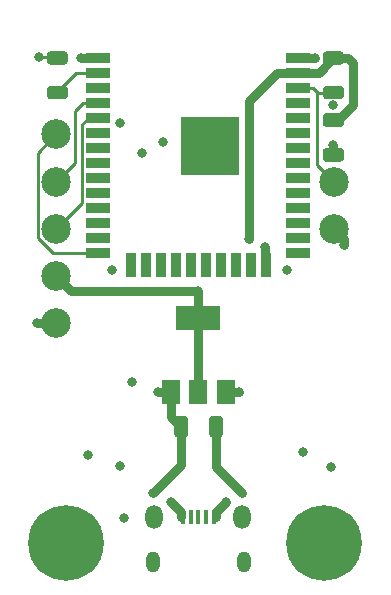
<source format=gbr>
%TF.GenerationSoftware,KiCad,Pcbnew,(5.1.12-1-10_14)*%
%TF.CreationDate,2022-01-26T17:57:44+01:00*%
%TF.ProjectId,tiny-led-esp32,74696e79-2d6c-4656-942d-65737033322e,rev?*%
%TF.SameCoordinates,Original*%
%TF.FileFunction,Copper,L4,Bot*%
%TF.FilePolarity,Positive*%
%FSLAX46Y46*%
G04 Gerber Fmt 4.6, Leading zero omitted, Abs format (unit mm)*
G04 Created by KiCad (PCBNEW (5.1.12-1-10_14)) date 2022-01-26 17:57:44*
%MOMM*%
%LPD*%
G01*
G04 APERTURE LIST*
%TA.AperFunction,SMDPad,CuDef*%
%ADD10R,2.000000X0.900000*%
%TD*%
%TA.AperFunction,SMDPad,CuDef*%
%ADD11R,0.900000X2.000000*%
%TD*%
%TA.AperFunction,SMDPad,CuDef*%
%ADD12R,5.000000X5.000000*%
%TD*%
%TA.AperFunction,SMDPad,CuDef*%
%ADD13C,2.500000*%
%TD*%
%TA.AperFunction,ComponentPad*%
%ADD14C,0.800000*%
%TD*%
%TA.AperFunction,ComponentPad*%
%ADD15C,6.400000*%
%TD*%
%TA.AperFunction,SMDPad,CuDef*%
%ADD16R,1.500000X2.000000*%
%TD*%
%TA.AperFunction,SMDPad,CuDef*%
%ADD17R,3.800000X2.000000*%
%TD*%
%TA.AperFunction,ComponentPad*%
%ADD18O,1.150000X1.800000*%
%TD*%
%TA.AperFunction,ComponentPad*%
%ADD19O,1.450000X2.000000*%
%TD*%
%TA.AperFunction,SMDPad,CuDef*%
%ADD20R,0.450000X1.300000*%
%TD*%
%TA.AperFunction,ViaPad*%
%ADD21C,0.800000*%
%TD*%
%TA.AperFunction,Conductor*%
%ADD22C,0.800000*%
%TD*%
%TA.AperFunction,Conductor*%
%ADD23C,0.250000*%
%TD*%
G04 APERTURE END LIST*
D10*
%TO.P,U2,38*%
%TO.N,GND*%
X144500000Y-84518500D03*
%TO.P,U2,37*%
%TO.N,G23*%
X144500000Y-85788500D03*
%TO.P,U2,36*%
%TO.N,Net-(U2-Pad36)*%
X144500000Y-87058500D03*
%TO.P,U2,35*%
%TO.N,TX*%
X144500000Y-88328500D03*
%TO.P,U2,34*%
%TO.N,RX*%
X144500000Y-89598500D03*
%TO.P,U2,33*%
%TO.N,Net-(U2-Pad33)*%
X144500000Y-90868500D03*
%TO.P,U2,32*%
%TO.N,Net-(U2-Pad32)*%
X144500000Y-92138500D03*
%TO.P,U2,31*%
%TO.N,Net-(U2-Pad31)*%
X144500000Y-93408500D03*
%TO.P,U2,30*%
%TO.N,Net-(U2-Pad30)*%
X144500000Y-94678500D03*
%TO.P,U2,29*%
%TO.N,Net-(U2-Pad29)*%
X144500000Y-95948500D03*
%TO.P,U2,28*%
%TO.N,Net-(U2-Pad28)*%
X144500000Y-97218500D03*
%TO.P,U2,27*%
%TO.N,Net-(U2-Pad27)*%
X144500000Y-98488500D03*
%TO.P,U2,26*%
%TO.N,Net-(U2-Pad26)*%
X144500000Y-99758500D03*
%TO.P,U2,25*%
%TO.N,IO0*%
X144500000Y-101028500D03*
D11*
%TO.P,U2,24*%
%TO.N,Net-(U2-Pad24)*%
X147285000Y-102028500D03*
%TO.P,U2,23*%
%TO.N,Net-(U2-Pad23)*%
X148555000Y-102028500D03*
%TO.P,U2,22*%
%TO.N,Net-(U2-Pad22)*%
X149825000Y-102028500D03*
%TO.P,U2,21*%
%TO.N,Net-(U2-Pad21)*%
X151095000Y-102028500D03*
%TO.P,U2,20*%
%TO.N,Net-(U2-Pad20)*%
X152365000Y-102028500D03*
%TO.P,U2,19*%
%TO.N,Net-(U2-Pad19)*%
X153635000Y-102028500D03*
%TO.P,U2,18*%
%TO.N,Net-(U2-Pad18)*%
X154905000Y-102028500D03*
%TO.P,U2,17*%
%TO.N,Net-(U2-Pad17)*%
X156175000Y-102028500D03*
%TO.P,U2,16*%
%TO.N,Net-(U2-Pad16)*%
X157445000Y-102028500D03*
%TO.P,U2,15*%
%TO.N,GND*%
X158715000Y-102028500D03*
D10*
%TO.P,U2,14*%
%TO.N,Net-(U2-Pad14)*%
X161500000Y-101028500D03*
%TO.P,U2,13*%
%TO.N,Net-(U2-Pad13)*%
X161500000Y-99758500D03*
%TO.P,U2,12*%
%TO.N,Net-(U2-Pad12)*%
X161500000Y-98488500D03*
%TO.P,U2,11*%
%TO.N,Net-(U2-Pad11)*%
X161500000Y-97218500D03*
%TO.P,U2,10*%
%TO.N,Net-(U2-Pad10)*%
X161500000Y-95948500D03*
%TO.P,U2,9*%
%TO.N,Net-(U2-Pad9)*%
X161500000Y-94678500D03*
%TO.P,U2,8*%
%TO.N,Net-(U2-Pad8)*%
X161500000Y-93408500D03*
%TO.P,U2,7*%
%TO.N,Net-(U2-Pad7)*%
X161500000Y-92138500D03*
%TO.P,U2,6*%
%TO.N,Net-(U2-Pad6)*%
X161500000Y-90868500D03*
%TO.P,U2,5*%
%TO.N,Net-(U2-Pad5)*%
X161500000Y-89598500D03*
%TO.P,U2,4*%
%TO.N,Net-(U2-Pad4)*%
X161500000Y-88328500D03*
%TO.P,U2,3*%
%TO.N,EN*%
X161500000Y-87058500D03*
%TO.P,U2,2*%
%TO.N,+3V3*%
X161500000Y-85788500D03*
%TO.P,U2,1*%
%TO.N,GND*%
X161500000Y-84518500D03*
D12*
%TO.P,U2,39*%
X154000000Y-92018500D03*
%TD*%
D13*
%TO.P,TP7,1*%
%TO.N,IO0*%
X141000000Y-91000000D03*
%TD*%
%TO.P,TP2,1*%
%TO.N,GND*%
X164500000Y-99000000D03*
%TD*%
%TO.P,TP1,1*%
%TO.N,EN*%
X164500000Y-95000000D03*
%TD*%
%TO.P,TP4,1*%
%TO.N,TX*%
X141000000Y-95000000D03*
%TD*%
%TO.P,TP3,1*%
%TO.N,RX*%
X141000000Y-99000000D03*
%TD*%
%TO.P,TP5,1*%
%TO.N,+3V3*%
X141000000Y-103000000D03*
%TD*%
%TO.P,TP6,1*%
%TO.N,GND*%
X141000000Y-107000000D03*
%TD*%
D14*
%TO.P,H2,1*%
%TO.N,+5V*%
X165400056Y-123905944D03*
X163703000Y-123203000D03*
X162005944Y-123905944D03*
X161303000Y-125603000D03*
X162005944Y-127300056D03*
X163703000Y-128003000D03*
X165400056Y-127300056D03*
X166103000Y-125603000D03*
D15*
X163703000Y-125603000D03*
%TD*%
D14*
%TO.P,H1,1*%
%TO.N,GND*%
X143505256Y-123905944D03*
X141808200Y-123203000D03*
X140111144Y-123905944D03*
X139408200Y-125603000D03*
X140111144Y-127300056D03*
X141808200Y-128003000D03*
X143505256Y-127300056D03*
X144208200Y-125603000D03*
D15*
X141808200Y-125603000D03*
%TD*%
%TO.P,R3,2*%
%TO.N,+3V3*%
%TA.AperFunction,SMDPad,CuDef*%
G36*
G01*
X165090001Y-85100000D02*
X163839999Y-85100000D01*
G75*
G02*
X163590000Y-84850001I0J249999D01*
G01*
X163590000Y-84224999D01*
G75*
G02*
X163839999Y-83975000I249999J0D01*
G01*
X165090001Y-83975000D01*
G75*
G02*
X165340000Y-84224999I0J-249999D01*
G01*
X165340000Y-84850001D01*
G75*
G02*
X165090001Y-85100000I-249999J0D01*
G01*
G37*
%TD.AperFunction*%
%TO.P,R3,1*%
%TO.N,EN*%
%TA.AperFunction,SMDPad,CuDef*%
G36*
G01*
X165090001Y-88025000D02*
X163839999Y-88025000D01*
G75*
G02*
X163590000Y-87775001I0J249999D01*
G01*
X163590000Y-87149999D01*
G75*
G02*
X163839999Y-86900000I249999J0D01*
G01*
X165090001Y-86900000D01*
G75*
G02*
X165340000Y-87149999I0J-249999D01*
G01*
X165340000Y-87775001D01*
G75*
G02*
X165090001Y-88025000I-249999J0D01*
G01*
G37*
%TD.AperFunction*%
%TD*%
%TO.P,R2,2*%
%TO.N,G23*%
%TA.AperFunction,SMDPad,CuDef*%
G36*
G01*
X140471999Y-86900000D02*
X141722001Y-86900000D01*
G75*
G02*
X141972000Y-87149999I0J-249999D01*
G01*
X141972000Y-87775001D01*
G75*
G02*
X141722001Y-88025000I-249999J0D01*
G01*
X140471999Y-88025000D01*
G75*
G02*
X140222000Y-87775001I0J249999D01*
G01*
X140222000Y-87149999D01*
G75*
G02*
X140471999Y-86900000I249999J0D01*
G01*
G37*
%TD.AperFunction*%
%TO.P,R2,1*%
%TO.N,Net-(D1-Pad4)*%
%TA.AperFunction,SMDPad,CuDef*%
G36*
G01*
X140471999Y-83975000D02*
X141722001Y-83975000D01*
G75*
G02*
X141972000Y-84224999I0J-249999D01*
G01*
X141972000Y-84850001D01*
G75*
G02*
X141722001Y-85100000I-249999J0D01*
G01*
X140471999Y-85100000D01*
G75*
G02*
X140222000Y-84850001I0J249999D01*
G01*
X140222000Y-84224999D01*
G75*
G02*
X140471999Y-83975000I249999J0D01*
G01*
G37*
%TD.AperFunction*%
%TD*%
%TO.P,C14,2*%
%TO.N,GND*%
%TA.AperFunction,SMDPad,CuDef*%
G36*
G01*
X153949500Y-116410501D02*
X153949500Y-115110499D01*
G75*
G02*
X154199499Y-114860500I249999J0D01*
G01*
X154849501Y-114860500D01*
G75*
G02*
X155099500Y-115110499I0J-249999D01*
G01*
X155099500Y-116410501D01*
G75*
G02*
X154849501Y-116660500I-249999J0D01*
G01*
X154199499Y-116660500D01*
G75*
G02*
X153949500Y-116410501I0J249999D01*
G01*
G37*
%TD.AperFunction*%
%TO.P,C14,1*%
%TO.N,+5V*%
%TA.AperFunction,SMDPad,CuDef*%
G36*
G01*
X150999500Y-116410501D02*
X150999500Y-115110499D01*
G75*
G02*
X151249499Y-114860500I249999J0D01*
G01*
X151899501Y-114860500D01*
G75*
G02*
X152149500Y-115110499I0J-249999D01*
G01*
X152149500Y-116410501D01*
G75*
G02*
X151899501Y-116660500I-249999J0D01*
G01*
X151249499Y-116660500D01*
G75*
G02*
X150999500Y-116410501I0J249999D01*
G01*
G37*
%TD.AperFunction*%
%TD*%
%TO.P,C1,2*%
%TO.N,GND*%
%TA.AperFunction,SMDPad,CuDef*%
G36*
G01*
X163814999Y-92164000D02*
X165115001Y-92164000D01*
G75*
G02*
X165365000Y-92413999I0J-249999D01*
G01*
X165365000Y-93064001D01*
G75*
G02*
X165115001Y-93314000I-249999J0D01*
G01*
X163814999Y-93314000D01*
G75*
G02*
X163565000Y-93064001I0J249999D01*
G01*
X163565000Y-92413999D01*
G75*
G02*
X163814999Y-92164000I249999J0D01*
G01*
G37*
%TD.AperFunction*%
%TO.P,C1,1*%
%TO.N,+3V3*%
%TA.AperFunction,SMDPad,CuDef*%
G36*
G01*
X163814999Y-89214000D02*
X165115001Y-89214000D01*
G75*
G02*
X165365000Y-89463999I0J-249999D01*
G01*
X165365000Y-90114001D01*
G75*
G02*
X165115001Y-90364000I-249999J0D01*
G01*
X163814999Y-90364000D01*
G75*
G02*
X163565000Y-90114001I0J249999D01*
G01*
X163565000Y-89463999D01*
G75*
G02*
X163814999Y-89214000I249999J0D01*
G01*
G37*
%TD.AperFunction*%
%TD*%
D16*
%TO.P,U1,1*%
%TO.N,GND*%
X155335000Y-112853000D03*
%TO.P,U1,3*%
%TO.N,+5V*%
X150735000Y-112853000D03*
%TO.P,U1,2*%
%TO.N,+3V3*%
X153035000Y-112853000D03*
D17*
X153035000Y-106553000D03*
%TD*%
D18*
%TO.P,J1,6*%
%TO.N,Net-(J1-Pad6)*%
X149160000Y-127235500D03*
X156910000Y-127235500D03*
D19*
X149310000Y-123435500D03*
X156760000Y-123435500D03*
D20*
%TO.P,J1,5*%
%TO.N,GND*%
X151735000Y-123385500D03*
%TO.P,J1,4*%
%TO.N,Net-(J1-Pad4)*%
X152385000Y-123385500D03*
%TO.P,J1,3*%
%TO.N,Net-(J1-Pad3)*%
X153035000Y-123385500D03*
%TO.P,J1,2*%
%TO.N,Net-(J1-Pad2)*%
X153685000Y-123385500D03*
%TO.P,J1,1*%
%TO.N,+5V*%
X154335000Y-123385500D03*
%TD*%
D21*
%TO.N,+5V*%
X160528000Y-102489000D03*
X149606000Y-112776000D03*
X150050500Y-91630500D03*
X155384500Y-122110500D03*
X149225000Y-121348500D03*
X145732500Y-102489000D03*
X146390000Y-119085000D03*
X164280000Y-119195000D03*
%TO.N,Net-(D1-Pad4)*%
X139509500Y-84455000D03*
%TO.N,GND*%
X156464000Y-112776000D03*
X146748500Y-123444000D03*
X148272500Y-92583000D03*
X146367500Y-90043000D03*
X155384500Y-90043000D03*
X139382500Y-106997500D03*
X150685500Y-122110500D03*
X156718000Y-121348500D03*
X143700500Y-118173500D03*
X161925000Y-117919500D03*
X158686500Y-100520500D03*
X143129000Y-84518500D03*
X162877500Y-84518500D03*
X164465000Y-88519000D03*
X164465000Y-91884500D03*
X165354000Y-100393500D03*
X147450999Y-111975999D03*
%TO.N,+3V3*%
X153035000Y-104267000D03*
X157289500Y-99822000D03*
%TD*%
D22*
%TO.N,+5V*%
X150735000Y-114921000D02*
X151574500Y-115760500D01*
X150735000Y-112853000D02*
X150735000Y-114921000D01*
X151574500Y-118999000D02*
X149225000Y-121348500D01*
X151574500Y-115760500D02*
X151574500Y-118999000D01*
X154510001Y-122984999D02*
X154510001Y-123385500D01*
X155384500Y-122110500D02*
X154510001Y-122984999D01*
X150658000Y-112776000D02*
X150735000Y-112853000D01*
X149606000Y-112776000D02*
X150658000Y-112776000D01*
D23*
%TO.N,Net-(D1-Pad4)*%
X141095000Y-84455000D02*
X141097000Y-84453000D01*
X139509500Y-84455000D02*
X141095000Y-84455000D01*
D22*
%TO.N,GND*%
X154524500Y-115760500D02*
X154524500Y-119155000D01*
X154524500Y-119155000D02*
X156718000Y-121348500D01*
X151559999Y-122984999D02*
X151559999Y-123385500D01*
X150685500Y-122110500D02*
X151559999Y-122984999D01*
X155412000Y-112776000D02*
X155335000Y-112853000D01*
X156464000Y-112776000D02*
X155412000Y-112776000D01*
X158686500Y-102000000D02*
X158715000Y-102028500D01*
X158686500Y-100520500D02*
X158686500Y-102000000D01*
X143129000Y-84518500D02*
X144500000Y-84518500D01*
X162877500Y-84518500D02*
X161500000Y-84518500D01*
X140997500Y-106997500D02*
X141000000Y-107000000D01*
X139382500Y-106997500D02*
X140997500Y-106997500D01*
X164465000Y-91884500D02*
X164465000Y-92739000D01*
X165354000Y-99854000D02*
X164500000Y-99000000D01*
X165354000Y-100393500D02*
X165354000Y-99854000D01*
%TO.N,+3V3*%
X161534500Y-85823000D02*
X161500000Y-85788500D01*
X157289500Y-88199000D02*
X157289500Y-99822000D01*
X159700000Y-85788500D02*
X157289500Y-88199000D01*
X161500000Y-85788500D02*
X159700000Y-85788500D01*
X153035000Y-104267000D02*
X153035000Y-106553000D01*
X153035000Y-106553000D02*
X153035000Y-112853000D01*
X163214000Y-85788500D02*
X161500000Y-85788500D01*
X164465000Y-84537500D02*
X163214000Y-85788500D01*
X164465000Y-84537500D02*
X165690500Y-84537500D01*
X165690500Y-84537500D02*
X166116000Y-84963000D01*
X142267000Y-104267000D02*
X141000000Y-103000000D01*
X153035000Y-104267000D02*
X142267000Y-104267000D01*
X164465000Y-89789000D02*
X164846000Y-89789000D01*
X164846000Y-89789000D02*
X166116000Y-88519000D01*
X166116000Y-84963000D02*
X166116000Y-88519000D01*
D23*
%TO.N,G23*%
X142686500Y-85788500D02*
X144500000Y-85788500D01*
X141097000Y-87378000D02*
X142686500Y-85788500D01*
%TO.N,TX*%
X143671500Y-88328500D02*
X144500000Y-88328500D01*
X143250000Y-88328500D02*
X144500000Y-88328500D01*
X142575001Y-89003499D02*
X143250000Y-88328500D01*
X142575001Y-93424999D02*
X142575001Y-89003499D01*
X141000000Y-95000000D02*
X142575001Y-93424999D01*
%TO.N,RX*%
X143734998Y-89598500D02*
X144500000Y-89598500D01*
X143174999Y-96825001D02*
X143174999Y-90158499D01*
X143174999Y-90158499D02*
X143734998Y-89598500D01*
X141000000Y-99000000D02*
X143174999Y-96825001D01*
%TO.N,EN*%
X162750500Y-87058500D02*
X161500000Y-87058500D01*
X162750500Y-87058500D02*
X163068000Y-87376000D01*
X163154500Y-87462500D02*
X162750500Y-87058500D01*
X164465000Y-87462500D02*
X163154500Y-87462500D01*
X163068000Y-93318000D02*
X163068000Y-93091000D01*
X163068000Y-87376000D02*
X163068000Y-93091000D01*
X163068000Y-93568000D02*
X163068000Y-93091000D01*
X164500000Y-95000000D02*
X163068000Y-93568000D01*
%TO.N,IO0*%
X139424999Y-92575001D02*
X141000000Y-91000000D01*
X139424999Y-99756001D02*
X139424999Y-92575001D01*
X140697498Y-101028500D02*
X139424999Y-99756001D01*
X144500000Y-101028500D02*
X140697498Y-101028500D01*
%TD*%
M02*

</source>
